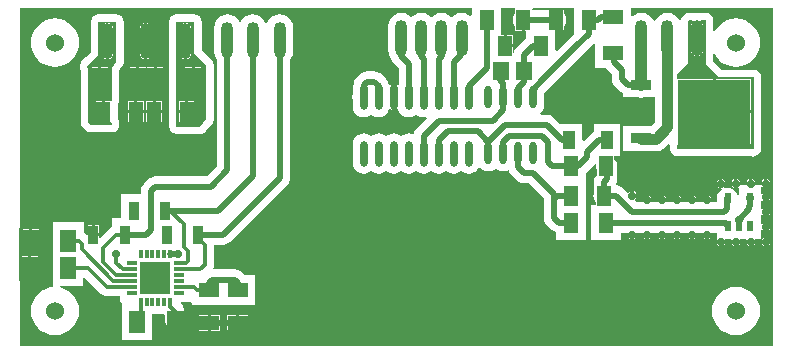
<source format=gtl>
G04*
G04 #@! TF.GenerationSoftware,Altium Limited,Altium Designer,20.1.14 (287)*
G04*
G04 Layer_Physical_Order=1*
G04 Layer_Color=255*
%FSLAX25Y25*%
%MOIN*%
G70*
G04*
G04 #@! TF.SameCoordinates,6CECFA62-5CAE-4AFB-ABBD-F4F89981EE89*
G04*
G04*
G04 #@! TF.FilePolarity,Positive*
G04*
G01*
G75*
%ADD15O,0.04000X0.12000*%
%ADD16O,0.02362X0.08661*%
%ADD17R,0.05118X0.07087*%
%ADD18R,0.07087X0.03543*%
%ADD19R,0.24410X0.21457*%
%ADD20R,0.05315X0.06102*%
%ADD21O,0.02362X0.07480*%
%ADD22R,0.02362X0.03543*%
%ADD23R,0.05140X0.06922*%
%ADD24R,0.05315X0.07480*%
%ADD25R,0.06922X0.05140*%
%ADD26R,0.10236X0.10630*%
%ADD27R,0.03347X0.01378*%
%ADD28R,0.01378X0.03150*%
%ADD29R,0.03543X0.06102*%
%ADD30R,0.07087X0.05118*%
%ADD31R,0.03937X0.05906*%
%ADD50C,0.01400*%
%ADD51C,0.01300*%
%ADD52C,0.02000*%
%ADD53C,0.04000*%
%ADD54C,0.03500*%
%ADD55C,0.06000*%
%ADD56C,0.02900*%
%ADD57C,0.02800*%
%ADD58C,0.01968*%
G36*
X453500Y185000D02*
X202500D01*
Y206500D01*
X202000D01*
Y224000D01*
X202500Y224500D01*
Y297500D01*
X352939D01*
Y295082D01*
X352439Y294835D01*
X351776Y295343D01*
X350706Y295787D01*
X349557Y295938D01*
X348409Y295787D01*
X347338Y295343D01*
X346419Y294638D01*
X346009D01*
X345090Y295343D01*
X344020Y295787D01*
X342871Y295938D01*
X341723Y295787D01*
X340652Y295343D01*
X339733Y294638D01*
X339324D01*
X338405Y295343D01*
X337334Y295787D01*
X336186Y295938D01*
X335037Y295787D01*
X333967Y295343D01*
X333187Y294745D01*
X332843Y294678D01*
X332499Y294745D01*
X331719Y295343D01*
X330649Y295787D01*
X329500Y295938D01*
X328351Y295787D01*
X327281Y295343D01*
X326362Y294638D01*
X325657Y293719D01*
X325213Y292649D01*
X325062Y291500D01*
Y283500D01*
X325213Y282351D01*
X325657Y281281D01*
X326208Y280562D01*
X326530Y279785D01*
X327075Y279075D01*
X328571Y277579D01*
Y272126D01*
X328511Y271982D01*
X328492Y271840D01*
X327972Y271718D01*
X327852Y271899D01*
X327500Y272134D01*
Y267898D01*
Y263662D01*
X327852Y263896D01*
X327972Y264077D01*
X328492Y263956D01*
X328511Y263813D01*
X328872Y262942D01*
X329446Y262194D01*
X330194Y261620D01*
X331065Y261259D01*
X332000Y261136D01*
X332935Y261259D01*
X333806Y261620D01*
X334500Y262153D01*
X335194Y261620D01*
X336065Y261259D01*
X337000Y261136D01*
X337667Y261224D01*
X337900Y260750D01*
X334575Y257425D01*
X334030Y256715D01*
X333687Y255888D01*
X333671Y255763D01*
X333238Y255513D01*
X332935Y255639D01*
X332000Y255762D01*
X331065Y255639D01*
X330194Y255278D01*
X329500Y254745D01*
X328806Y255278D01*
X327935Y255639D01*
X327000Y255762D01*
X326065Y255639D01*
X325194Y255278D01*
X324500Y254745D01*
X323806Y255278D01*
X322935Y255639D01*
X322000Y255762D01*
X321065Y255639D01*
X320194Y255278D01*
X319500Y254745D01*
X318806Y255278D01*
X317935Y255639D01*
X317000Y255762D01*
X316065Y255639D01*
X315194Y255278D01*
X314446Y254704D01*
X313872Y253956D01*
X313511Y253084D01*
X313388Y252150D01*
Y245850D01*
X313511Y244916D01*
X313872Y244044D01*
X314446Y243296D01*
X315194Y242722D01*
X316065Y242361D01*
X317000Y242238D01*
X317935Y242361D01*
X318806Y242722D01*
X319500Y243255D01*
X320194Y242722D01*
X321065Y242361D01*
X322000Y242238D01*
X322935Y242361D01*
X323806Y242722D01*
X324500Y243255D01*
X325194Y242722D01*
X326065Y242361D01*
X327000Y242238D01*
X327935Y242361D01*
X328806Y242722D01*
X329500Y243255D01*
X330194Y242722D01*
X331065Y242361D01*
X332000Y242238D01*
X332935Y242361D01*
X333806Y242722D01*
X334500Y243255D01*
X335194Y242722D01*
X336065Y242361D01*
X337000Y242238D01*
X337935Y242361D01*
X338806Y242722D01*
X339500Y243255D01*
X340194Y242722D01*
X341065Y242361D01*
X342000Y242238D01*
X342935Y242361D01*
X343806Y242722D01*
X344500Y243255D01*
X345194Y242722D01*
X346065Y242361D01*
X347000Y242238D01*
X347935Y242361D01*
X348806Y242722D01*
X349500Y243255D01*
X350194Y242722D01*
X351065Y242361D01*
X352000Y242238D01*
X352935Y242361D01*
X353806Y242722D01*
X354554Y243296D01*
X355128Y244044D01*
X355248Y244333D01*
X355744Y244399D01*
X355946Y244135D01*
X356694Y243561D01*
X357565Y243200D01*
X358500Y243077D01*
X359435Y243200D01*
X360306Y243561D01*
X361000Y244093D01*
X361694Y243561D01*
X362565Y243200D01*
X363500Y243077D01*
X364435Y243200D01*
X365223Y243527D01*
X365530Y242785D01*
X366075Y242075D01*
X368075Y240075D01*
X368785Y239530D01*
X369612Y239188D01*
X370500Y239071D01*
X372079D01*
X377071Y234080D01*
Y227500D01*
X377187Y226612D01*
X377530Y225785D01*
X378075Y225075D01*
X379575Y223575D01*
X380285Y223030D01*
X381041Y222717D01*
Y220057D01*
X390959D01*
Y229139D01*
X391051D01*
Y240861D01*
X390959D01*
Y242609D01*
X393925Y245575D01*
X393959Y245619D01*
X394437Y245421D01*
X394382Y245000D01*
X394498Y244112D01*
X394571Y243938D01*
Y241919D01*
X394030Y241215D01*
X393688Y240388D01*
X393571Y239500D01*
Y235617D01*
X393489Y235000D01*
X393606Y234112D01*
X393949Y233285D01*
X394349Y232764D01*
Y231943D01*
X392852D01*
Y220057D01*
X402770D01*
Y222571D01*
X404544D01*
X404602Y222500D01*
X408236D01*
X408293Y222571D01*
X409544D01*
X409602Y222500D01*
X413236D01*
X413294Y222571D01*
X414544D01*
X414602Y222500D01*
X418235D01*
X418294Y222571D01*
X419544D01*
X419602Y222500D01*
X423236D01*
X423293Y222571D01*
X424544D01*
X424602Y222500D01*
X428235D01*
X428294Y222571D01*
X429544D01*
X429602Y222500D01*
X433236D01*
X433293Y222571D01*
X434679D01*
Y220604D01*
X434679Y220604D01*
X434679D01*
X434600Y220136D01*
X434553Y220066D01*
X434540Y220000D01*
X437298D01*
X437285Y220066D01*
X437259Y220104D01*
X437526Y220604D01*
X439311D01*
X439578Y220104D01*
X439553Y220066D01*
X439540Y220000D01*
X442298D01*
X442285Y220066D01*
X442259Y220104D01*
X442526Y220604D01*
X444311D01*
X444578Y220104D01*
X444553Y220066D01*
X444540Y220000D01*
X447298D01*
X447285Y220066D01*
X447259Y220104D01*
X447526Y220604D01*
X449321D01*
Y223381D01*
X449821Y223533D01*
X449873Y223455D01*
X450353Y223134D01*
X450419Y223121D01*
Y224500D01*
Y225879D01*
X450353Y225866D01*
X449873Y225545D01*
X449821Y225467D01*
X449321Y225619D01*
Y228381D01*
X449821Y228533D01*
X449873Y228455D01*
X450353Y228134D01*
X450419Y228121D01*
Y229500D01*
Y230879D01*
X450353Y230866D01*
X449873Y230545D01*
X449821Y230467D01*
X449321Y230619D01*
Y232809D01*
X449470Y233169D01*
X449573Y233241D01*
X450014Y233361D01*
X450353Y233134D01*
X450419Y233121D01*
Y234500D01*
Y235879D01*
X450353Y235866D01*
X449895Y235560D01*
X449866Y235546D01*
X449326Y235627D01*
X449321Y235639D01*
Y237881D01*
X449821Y238033D01*
X449873Y237955D01*
X450353Y237634D01*
X450419Y237621D01*
Y238500D01*
X449151D01*
X449051Y238396D01*
X447787D01*
X447702Y238500D01*
X444136D01*
X444051Y238396D01*
X442787D01*
X442701Y238500D01*
X441419D01*
Y237621D01*
X441484Y237634D01*
X441659Y237751D01*
X442159Y237484D01*
Y235639D01*
X442027Y235321D01*
X441742Y235264D01*
X441495Y235298D01*
X441230Y235939D01*
X440685Y236649D01*
X439974Y237194D01*
X439147Y237537D01*
X438260Y237654D01*
X437372Y237537D01*
X437235Y237480D01*
X436999Y237923D01*
X437045Y237955D01*
X437366Y238434D01*
X437379Y238500D01*
X434621D01*
X434634Y238434D01*
X434955Y237955D01*
X435434Y237634D01*
X436000Y237522D01*
X436203Y237562D01*
X436415Y237094D01*
X435835Y236649D01*
X435654Y236468D01*
X435109Y235758D01*
X434766Y234931D01*
X434649Y234043D01*
Y232929D01*
X433375D01*
X433317Y233000D01*
X429683D01*
X429625Y232929D01*
X428375D01*
X428317Y233000D01*
X424683D01*
X424625Y232929D01*
X423375D01*
X423317Y233000D01*
X419683D01*
X419625Y232929D01*
X418375D01*
X418317Y233000D01*
X414683D01*
X414625Y232929D01*
X413375D01*
X413317Y233000D01*
X409683D01*
X409625Y232929D01*
X407921D01*
X407434Y233416D01*
X407483Y233913D01*
X407545Y233955D01*
X407866Y234434D01*
X407879Y234500D01*
X406500D01*
Y235000D01*
X406000D01*
Y236379D01*
X405934Y236366D01*
X405455Y236045D01*
X405413Y235983D01*
X404916Y235934D01*
X403425Y237425D01*
X402715Y237970D01*
X401888Y238313D01*
X401297Y238390D01*
X401182Y238529D01*
X401025Y238910D01*
X401025Y238919D01*
X401312Y239612D01*
X401429Y240500D01*
Y244811D01*
X401312Y245699D01*
X400970Y246526D01*
X400425Y247236D01*
X400370Y247291D01*
Y248147D01*
X402467D01*
Y258853D01*
X393730D01*
Y256427D01*
X393075Y255925D01*
X390330Y253180D01*
X389868Y253372D01*
Y258853D01*
X382497D01*
X380425Y260925D01*
X379715Y261470D01*
X378888Y261812D01*
X378000Y261929D01*
X375951D01*
X375781Y262429D01*
X376054Y262639D01*
X376628Y263387D01*
X376989Y264258D01*
X377112Y265193D01*
Y269262D01*
X378925Y271075D01*
X378925Y271075D01*
X390123Y282273D01*
X390123Y282273D01*
X393595Y285745D01*
X394057Y285554D01*
Y277635D01*
X397645D01*
X398075Y277075D01*
X399571Y275580D01*
Y274000D01*
X399688Y273112D01*
X400030Y272285D01*
X400575Y271575D01*
X402575Y269575D01*
X403285Y269030D01*
X403521Y268932D01*
Y267805D01*
X408159D01*
X408351Y267725D01*
X409500Y267574D01*
X410649Y267725D01*
X410841Y267805D01*
X414015D01*
Y259435D01*
X412776Y258195D01*
X403521D01*
Y249852D01*
X409201D01*
X409488Y249814D01*
X414500D01*
X414787Y249852D01*
X415408D01*
Y249934D01*
X415583Y249957D01*
X416593Y250375D01*
X417460Y251040D01*
X418613Y252193D01*
X419074Y251947D01*
X419053Y251842D01*
Y250500D01*
X419239Y249564D01*
X419770Y248770D01*
X420564Y248239D01*
X421500Y248053D01*
X446347D01*
X446538Y248015D01*
X447474Y248201D01*
X447936Y248393D01*
X448730Y248923D01*
X449061Y249418D01*
X449261Y249717D01*
X449447Y250653D01*
Y274500D01*
X449261Y275436D01*
X448730Y276230D01*
X447936Y276761D01*
X447000Y276947D01*
X436514D01*
X433447Y280014D01*
Y282099D01*
X433947Y282224D01*
X434316Y281534D01*
X435316Y280316D01*
X436534Y279316D01*
X437924Y278573D01*
X439432Y278116D01*
X441000Y277961D01*
X442568Y278116D01*
X444076Y278573D01*
X445466Y279316D01*
X446684Y280316D01*
X447684Y281534D01*
X448427Y282924D01*
X448884Y284432D01*
X449039Y286000D01*
X448884Y287568D01*
X448427Y289076D01*
X447684Y290466D01*
X446684Y291684D01*
X445466Y292684D01*
X444076Y293427D01*
X442568Y293884D01*
X441000Y294039D01*
X439432Y293884D01*
X437924Y293427D01*
X436534Y292684D01*
X435316Y291684D01*
X434316Y290466D01*
X433947Y289776D01*
X433447Y289901D01*
Y293500D01*
X433261Y294436D01*
X432730Y295230D01*
X431936Y295761D01*
X431000Y295947D01*
X429507D01*
X429388Y295923D01*
X429267Y295935D01*
X428923Y295831D01*
X428879Y295822D01*
X428000Y295938D01*
X427121Y295822D01*
X427077Y295831D01*
X426733Y295935D01*
X426612Y295923D01*
X426493Y295947D01*
X425500D01*
X424564Y295761D01*
X423770Y295230D01*
X423270Y294730D01*
X422739Y293936D01*
X422661Y293543D01*
X422141Y293492D01*
X422045Y293724D01*
X421339Y294643D01*
X420420Y295348D01*
X419350Y295792D01*
X418201Y295943D01*
X417053Y295792D01*
X415982Y295348D01*
X415063Y294643D01*
X414358Y293724D01*
X414120Y293150D01*
X413579D01*
X413343Y293719D01*
X412638Y294638D01*
X411719Y295343D01*
X410649Y295787D01*
X409500Y295938D01*
X408351Y295787D01*
X407281Y295343D01*
X406443Y294701D01*
X405943Y294837D01*
Y297500D01*
X453500D01*
Y185000D01*
D02*
G37*
G36*
X431000Y279000D02*
X435500Y274500D01*
X447000D01*
Y250653D01*
X446538Y250462D01*
X446500Y250500D01*
X421500D01*
Y251842D01*
X421669Y252272D01*
X422000Y252272D01*
X433374D01*
Y263000D01*
Y273728D01*
X422000D01*
X421669Y273728D01*
X421500Y274158D01*
Y275500D01*
X425000Y279000D01*
Y293000D01*
X425500Y293500D01*
X426493D01*
X426645Y293000D01*
X426558Y292942D01*
X426116Y292280D01*
X425961Y291500D01*
Y288000D01*
X428000D01*
X430039D01*
Y291500D01*
X429884Y292280D01*
X429442Y292942D01*
X429355Y293000D01*
X429507Y293500D01*
X431000D01*
Y279000D01*
D02*
G37*
G36*
X386949Y288799D02*
X385273Y287123D01*
X385273Y287123D01*
X381327Y283176D01*
X380865Y283368D01*
Y290039D01*
X383651D01*
Y291264D01*
X384051Y291785D01*
X384394Y292612D01*
X384511Y293500D01*
X384394Y294388D01*
X384051Y295215D01*
X383651Y295736D01*
Y296961D01*
X381581D01*
Y293500D01*
X380581D01*
Y296961D01*
X378511D01*
Y296929D01*
X373147D01*
X373091Y297000D01*
X373332Y297500D01*
X386949D01*
Y288799D01*
D02*
G37*
G36*
X367543Y297043D02*
X367543D01*
Y295750D01*
X367132Y295215D01*
X366790Y294388D01*
X366673Y293500D01*
X366790Y292612D01*
X367132Y291785D01*
X367543Y291250D01*
Y289957D01*
X369602D01*
Y293500D01*
X370602D01*
Y289957D01*
X370947D01*
Y287296D01*
X368075Y284425D01*
X367530Y283715D01*
X367188Y282888D01*
X367154Y282630D01*
X366653Y282662D01*
Y284500D01*
X364094D01*
Y285000D01*
X363595D01*
Y288543D01*
X362857D01*
Y297500D01*
X367439D01*
X367543Y297043D01*
D02*
G37*
%LPC*%
G36*
X260500Y295447D02*
X257746D01*
X257500Y295398D01*
X257254Y295447D01*
X254500D01*
X253564Y295261D01*
X252770Y294730D01*
X252239Y293936D01*
X252053Y293000D01*
Y258000D01*
X252239Y257064D01*
X252770Y256270D01*
X253564Y255739D01*
X254500Y255553D01*
X262500D01*
X262634Y255580D01*
X262770Y255568D01*
X263099Y255672D01*
X263436Y255739D01*
X263550Y255815D01*
X263680Y255856D01*
X263944Y256078D01*
X264230Y256270D01*
X264306Y256383D01*
X264411Y256471D01*
X266411Y258971D01*
X266569Y259277D01*
X266761Y259564D01*
X266787Y259698D01*
X266850Y259819D01*
X266880Y260162D01*
X266947Y260500D01*
Y261000D01*
Y278500D01*
X266761Y279436D01*
X266230Y280230D01*
X262947Y283514D01*
Y293000D01*
X262761Y293936D01*
X262230Y294730D01*
X261436Y295261D01*
X260500Y295447D01*
D02*
G37*
G36*
X234500D02*
X231746D01*
X231500Y295398D01*
X231254Y295447D01*
X228500D01*
X227564Y295261D01*
X226770Y294730D01*
X226239Y293936D01*
X226053Y293000D01*
Y282610D01*
X223164Y280083D01*
X223139Y280050D01*
X223104Y280028D01*
X222849Y279673D01*
X222582Y279326D01*
X222571Y279286D01*
X222547Y279252D01*
X222447Y278826D01*
X222334Y278404D01*
X222339Y278363D01*
X222330Y278322D01*
X222313Y277823D01*
X222320Y277782D01*
X222312Y277741D01*
X222397Y277312D01*
X222468Y276881D01*
X222490Y276845D01*
X222498Y276805D01*
X222553Y276723D01*
Y259500D01*
X222739Y258564D01*
X223270Y257770D01*
X224270Y256770D01*
X225064Y256239D01*
X226000Y256053D01*
X233000D01*
X233936Y256239D01*
X234730Y256770D01*
X234977Y257139D01*
X235132D01*
Y257371D01*
X235261Y257564D01*
X235447Y258500D01*
Y259150D01*
X235397Y259402D01*
X235393Y259659D01*
X235305Y259866D01*
X235261Y260086D01*
X235132Y260278D01*
Y265722D01*
X235261Y265914D01*
X235305Y266134D01*
X235393Y266341D01*
X235397Y266598D01*
X235447Y266850D01*
Y276684D01*
X236458Y278032D01*
X236590Y278309D01*
X236761Y278564D01*
X236795Y278735D01*
X236871Y278893D01*
X236887Y279199D01*
X236947Y279500D01*
Y293000D01*
X236761Y293936D01*
X236230Y294730D01*
X235436Y295261D01*
X234500Y295447D01*
D02*
G37*
G36*
X289000Y295438D02*
X287851Y295287D01*
X286781Y294843D01*
X285862Y294138D01*
X285157Y293219D01*
X284758Y292256D01*
X284661Y292234D01*
X284339D01*
X284242Y292256D01*
X283843Y293219D01*
X283138Y294138D01*
X282219Y294843D01*
X281149Y295287D01*
X280000Y295438D01*
X278851Y295287D01*
X277781Y294843D01*
X276862Y294138D01*
X276157Y293219D01*
X276000Y292841D01*
X275500D01*
X275343Y293219D01*
X274638Y294138D01*
X273719Y294843D01*
X272649Y295287D01*
X271500Y295438D01*
X270351Y295287D01*
X269281Y294843D01*
X268362Y294138D01*
X267657Y293219D01*
X267213Y292149D01*
X267062Y291000D01*
Y283000D01*
X267213Y281851D01*
X267657Y280781D01*
X268071Y280241D01*
Y244920D01*
X264580Y241429D01*
X247500D01*
X246612Y241313D01*
X245785Y240970D01*
X245075Y240425D01*
X243575Y238925D01*
X243030Y238215D01*
X242688Y237388D01*
X242571Y236500D01*
Y235451D01*
X236112D01*
Y227451D01*
X233045D01*
Y224753D01*
X232937Y224708D01*
X232289Y224211D01*
X229017Y220939D01*
X228555Y221130D01*
Y221500D01*
X226783D01*
Y222000D01*
X226284D01*
Y225051D01*
X225012D01*
Y222057D01*
X224549Y221868D01*
X224254Y222167D01*
X223611Y222669D01*
X223557Y222691D01*
Y226140D01*
X213442D01*
Y217140D01*
X213242D01*
Y204966D01*
X213242Y204860D01*
X213038Y204444D01*
X212432Y204384D01*
X210924Y203927D01*
X209534Y203184D01*
X208316Y202184D01*
X207316Y200966D01*
X206573Y199576D01*
X206116Y198068D01*
X205961Y196500D01*
X206116Y194932D01*
X206573Y193424D01*
X207316Y192034D01*
X208316Y190816D01*
X209534Y189816D01*
X210924Y189073D01*
X212432Y188616D01*
X214000Y188461D01*
X215568Y188616D01*
X217076Y189073D01*
X218466Y189816D01*
X219684Y190816D01*
X220684Y192034D01*
X221427Y193424D01*
X221884Y194932D01*
X222039Y196500D01*
X221884Y198068D01*
X221427Y199576D01*
X220684Y200966D01*
X219684Y202184D01*
X218466Y203184D01*
X217076Y203927D01*
X215649Y204360D01*
X215723Y204860D01*
X223357D01*
Y207519D01*
X223857Y207726D01*
X229246Y202336D01*
X229894Y201839D01*
X230648Y201527D01*
X231457Y201420D01*
X231457Y201420D01*
X235651D01*
Y199490D01*
X235989D01*
X236344Y199140D01*
Y186860D01*
X246459D01*
Y195651D01*
X250427D01*
X250873Y195205D01*
Y193000D01*
X250980Y192191D01*
X251292Y191437D01*
X251343Y191371D01*
Y189260D01*
X253500D01*
Y193000D01*
X254000D01*
Y193500D01*
X256658D01*
Y196500D01*
X257127D01*
X257020Y197309D01*
X256708Y198063D01*
X256211Y198711D01*
X255932Y198990D01*
X256139Y199490D01*
X259349D01*
X259639Y199110D01*
Y198449D01*
X271361D01*
Y198530D01*
X280861D01*
Y208470D01*
X277380D01*
X276425Y209425D01*
X275715Y209970D01*
X274888Y210313D01*
X274000Y210429D01*
X267133D01*
X266875Y210929D01*
X266957Y211128D01*
X267064Y211937D01*
X267064Y211937D01*
Y218500D01*
X267126Y218571D01*
X270000D01*
X270888Y218688D01*
X271715Y219030D01*
X272425Y219575D01*
X291425Y238575D01*
X291970Y239285D01*
X292313Y240112D01*
X292429Y241000D01*
Y280241D01*
X292843Y280781D01*
X293287Y281851D01*
X293438Y283000D01*
Y291000D01*
X293287Y292149D01*
X292843Y293219D01*
X292138Y294138D01*
X291219Y294843D01*
X290149Y295287D01*
X289000Y295438D01*
D02*
G37*
G36*
X244750Y292440D02*
Y287000D01*
X246289D01*
Y290500D01*
X246134Y291280D01*
X245692Y291942D01*
X245030Y292384D01*
X244750Y292440D01*
D02*
G37*
G36*
X243750D02*
X243470Y292384D01*
X242808Y291942D01*
X242366Y291280D01*
X242211Y290500D01*
Y287000D01*
X243750D01*
Y292440D01*
D02*
G37*
G36*
X246289Y286000D02*
X244750D01*
Y280560D01*
X245030Y280616D01*
X245692Y281058D01*
X246134Y281720D01*
X246289Y282500D01*
Y286000D01*
D02*
G37*
G36*
X243750D02*
X242211D01*
Y282500D01*
X242366Y281720D01*
X242808Y281058D01*
X243470Y280616D01*
X243750Y280560D01*
Y286000D01*
D02*
G37*
G36*
X214000Y294039D02*
X212432Y293884D01*
X210924Y293427D01*
X209534Y292684D01*
X208316Y291684D01*
X207316Y290466D01*
X206573Y289076D01*
X206116Y287568D01*
X205961Y286000D01*
X206116Y284432D01*
X206573Y282924D01*
X207316Y281534D01*
X208316Y280316D01*
X209534Y279316D01*
X210924Y278573D01*
X212432Y278116D01*
X214000Y277961D01*
X215568Y278116D01*
X217076Y278573D01*
X218466Y279316D01*
X219684Y280316D01*
X220684Y281534D01*
X221427Y282924D01*
X221884Y284432D01*
X222039Y286000D01*
X221884Y287568D01*
X221427Y289076D01*
X220684Y290466D01*
X219684Y291684D01*
X218466Y292684D01*
X217076Y293427D01*
X215568Y293884D01*
X214000Y294039D01*
D02*
G37*
G36*
X244256Y277740D02*
X242098D01*
Y274500D01*
X244256D01*
Y277740D01*
D02*
G37*
G36*
X241098D02*
X238941D01*
Y274500D01*
X241098D01*
Y277740D01*
D02*
G37*
G36*
X250157D02*
X248000D01*
Y274500D01*
X250157D01*
Y277740D01*
D02*
G37*
G36*
X247000D02*
X244843D01*
Y274500D01*
X247000D01*
Y277740D01*
D02*
G37*
G36*
X250157Y273500D02*
X248000D01*
Y270260D01*
X250157D01*
Y273500D01*
D02*
G37*
G36*
X247000D02*
X244843D01*
Y270260D01*
X247000D01*
Y273500D01*
D02*
G37*
G36*
X244256Y273500D02*
X242098D01*
Y270260D01*
X244256D01*
Y273500D01*
D02*
G37*
G36*
X241098D02*
X238941D01*
Y270260D01*
X241098D01*
Y273500D01*
D02*
G37*
G36*
X320500Y276429D02*
X318000D01*
X317112Y276312D01*
X316285Y275970D01*
X315575Y275425D01*
X314575Y274425D01*
X314030Y273715D01*
X313687Y272888D01*
X313595Y272185D01*
X313511Y271982D01*
X313388Y271047D01*
Y269107D01*
X313298Y268890D01*
X313167Y267898D01*
X313298Y266906D01*
X313388Y266688D01*
Y264748D01*
X313511Y263813D01*
X313872Y262942D01*
X314446Y262194D01*
X315194Y261620D01*
X316065Y261259D01*
X317000Y261136D01*
X317935Y261259D01*
X318806Y261620D01*
X319500Y262153D01*
X320194Y261620D01*
X321065Y261259D01*
X322000Y261136D01*
X322935Y261259D01*
X323806Y261620D01*
X324554Y262194D01*
X325128Y262942D01*
X325489Y263813D01*
X325508Y263956D01*
X326028Y264077D01*
X326149Y263896D01*
X326500Y263662D01*
Y267898D01*
Y272134D01*
X326149Y271899D01*
X326028Y271718D01*
X325508Y271840D01*
X325489Y271982D01*
X325128Y272853D01*
X325110Y272877D01*
X324970Y273215D01*
X324425Y273925D01*
X322925Y275425D01*
X322215Y275970D01*
X321388Y276312D01*
X320500Y276429D01*
D02*
G37*
G36*
X249651Y266461D02*
X247581D01*
Y263500D01*
X249651D01*
Y266461D01*
D02*
G37*
G36*
X243570D02*
X241500D01*
Y263500D01*
X243570D01*
Y266461D01*
D02*
G37*
G36*
X240500D02*
X238430D01*
Y263500D01*
X240500D01*
Y266461D01*
D02*
G37*
G36*
X246581D02*
X244511D01*
Y263500D01*
X246581D01*
Y266461D01*
D02*
G37*
G36*
X249651Y262500D02*
X247581D01*
Y259539D01*
X249651D01*
Y262500D01*
D02*
G37*
G36*
X246581D02*
X244511D01*
Y259539D01*
X246581D01*
Y262500D01*
D02*
G37*
G36*
X243570D02*
X241500D01*
Y259539D01*
X243570D01*
Y262500D01*
D02*
G37*
G36*
X240500D02*
X238430D01*
Y259539D01*
X240500D01*
Y262500D01*
D02*
G37*
G36*
X451419Y240379D02*
Y239500D01*
X452298D01*
X452285Y239566D01*
X451964Y240045D01*
X451484Y240366D01*
X451419Y240379D01*
D02*
G37*
G36*
X450419D02*
X450353Y240366D01*
X449873Y240045D01*
X449553Y239566D01*
X449540Y239500D01*
X450419D01*
Y240379D01*
D02*
G37*
G36*
X446419D02*
Y239500D01*
X447298D01*
X447285Y239566D01*
X446964Y240045D01*
X446485Y240366D01*
X446419Y240379D01*
D02*
G37*
G36*
X445419D02*
X445353Y240366D01*
X444873Y240045D01*
X444553Y239566D01*
X444540Y239500D01*
X445419D01*
Y240379D01*
D02*
G37*
G36*
X441419D02*
Y239500D01*
X442298D01*
X442285Y239566D01*
X441964Y240045D01*
X441484Y240366D01*
X441419Y240379D01*
D02*
G37*
G36*
X440419D02*
X440353Y240366D01*
X439873Y240045D01*
X439553Y239566D01*
X439540Y239500D01*
X440419D01*
Y240379D01*
D02*
G37*
G36*
X436500D02*
Y239500D01*
X437379D01*
X437366Y239566D01*
X437045Y240045D01*
X436566Y240366D01*
X436500Y240379D01*
D02*
G37*
G36*
X435500D02*
X435434Y240366D01*
X434955Y240045D01*
X434634Y239566D01*
X434621Y239500D01*
X435500D01*
Y240379D01*
D02*
G37*
G36*
X452298Y238500D02*
X451419D01*
Y237621D01*
X451484Y237634D01*
X451964Y237955D01*
X452285Y238434D01*
X452298Y238500D01*
D02*
G37*
G36*
X440419D02*
X439540D01*
X439553Y238434D01*
X439873Y237955D01*
X440353Y237634D01*
X440419Y237621D01*
Y238500D01*
D02*
G37*
G36*
X407000Y236379D02*
Y235500D01*
X407879D01*
X407866Y235566D01*
X407545Y236045D01*
X407066Y236366D01*
X407000Y236379D01*
D02*
G37*
G36*
X451419Y235879D02*
Y235000D01*
X452298D01*
X452285Y235066D01*
X451964Y235545D01*
X451484Y235866D01*
X451419Y235879D01*
D02*
G37*
G36*
X432000Y234879D02*
Y234000D01*
X432879D01*
X432866Y234066D01*
X432545Y234545D01*
X432066Y234866D01*
X432000Y234879D01*
D02*
G37*
G36*
X431000D02*
X430934Y234866D01*
X430455Y234545D01*
X430134Y234066D01*
X430121Y234000D01*
X431000D01*
Y234879D01*
D02*
G37*
G36*
X427000D02*
Y234000D01*
X427879D01*
X427866Y234066D01*
X427545Y234545D01*
X427066Y234866D01*
X427000Y234879D01*
D02*
G37*
G36*
X426000D02*
X425934Y234866D01*
X425455Y234545D01*
X425134Y234066D01*
X425121Y234000D01*
X426000D01*
Y234879D01*
D02*
G37*
G36*
X422000D02*
Y234000D01*
X422879D01*
X422866Y234066D01*
X422545Y234545D01*
X422066Y234866D01*
X422000Y234879D01*
D02*
G37*
G36*
X421000D02*
X420934Y234866D01*
X420455Y234545D01*
X420134Y234066D01*
X420121Y234000D01*
X421000D01*
Y234879D01*
D02*
G37*
G36*
X417000D02*
Y234000D01*
X417879D01*
X417866Y234066D01*
X417545Y234545D01*
X417066Y234866D01*
X417000Y234879D01*
D02*
G37*
G36*
X416000D02*
X415934Y234866D01*
X415455Y234545D01*
X415134Y234066D01*
X415121Y234000D01*
X416000D01*
Y234879D01*
D02*
G37*
G36*
X412000D02*
Y234000D01*
X412879D01*
X412866Y234066D01*
X412545Y234545D01*
X412066Y234866D01*
X412000Y234879D01*
D02*
G37*
G36*
X411000D02*
X410934Y234866D01*
X410455Y234545D01*
X410134Y234066D01*
X410121Y234000D01*
X411000D01*
Y234879D01*
D02*
G37*
G36*
X452298Y234000D02*
X451419D01*
Y233121D01*
X451484Y233134D01*
X451964Y233455D01*
X452285Y233934D01*
X452298Y234000D01*
D02*
G37*
G36*
X451419Y230879D02*
Y230000D01*
X452298D01*
X452285Y230066D01*
X451964Y230545D01*
X451484Y230866D01*
X451419Y230879D01*
D02*
G37*
G36*
X452298Y229000D02*
X451419D01*
Y228121D01*
X451484Y228134D01*
X451964Y228455D01*
X452285Y228934D01*
X452298Y229000D01*
D02*
G37*
G36*
X451419Y225879D02*
Y225000D01*
X452298D01*
X452285Y225066D01*
X451964Y225545D01*
X451484Y225866D01*
X451419Y225879D01*
D02*
G37*
G36*
X452298Y224000D02*
X451419D01*
Y223121D01*
X451484Y223134D01*
X451964Y223455D01*
X452285Y223934D01*
X452298Y224000D01*
D02*
G37*
G36*
X228555Y225051D02*
X227284D01*
Y222500D01*
X228555D01*
Y225051D01*
D02*
G37*
G36*
X432798Y221500D02*
X431919D01*
Y220621D01*
X431985Y220634D01*
X432464Y220955D01*
X432785Y221434D01*
X432798Y221500D01*
D02*
G37*
G36*
X430919D02*
X430040D01*
X430053Y221434D01*
X430373Y220955D01*
X430853Y220634D01*
X430919Y220621D01*
Y221500D01*
D02*
G37*
G36*
X427798D02*
X426919D01*
Y220621D01*
X426985Y220634D01*
X427464Y220955D01*
X427785Y221434D01*
X427798Y221500D01*
D02*
G37*
G36*
X425919D02*
X425040D01*
X425053Y221434D01*
X425373Y220955D01*
X425853Y220634D01*
X425919Y220621D01*
Y221500D01*
D02*
G37*
G36*
X422798D02*
X421919D01*
Y220621D01*
X421984Y220634D01*
X422464Y220955D01*
X422785Y221434D01*
X422798Y221500D01*
D02*
G37*
G36*
X420919D02*
X420040D01*
X420053Y221434D01*
X420373Y220955D01*
X420853Y220634D01*
X420919Y220621D01*
Y221500D01*
D02*
G37*
G36*
X417798D02*
X416919D01*
Y220621D01*
X416985Y220634D01*
X417464Y220955D01*
X417785Y221434D01*
X417798Y221500D01*
D02*
G37*
G36*
X415919D02*
X415040D01*
X415053Y221434D01*
X415373Y220955D01*
X415853Y220634D01*
X415919Y220621D01*
Y221500D01*
D02*
G37*
G36*
X412798D02*
X411919D01*
Y220621D01*
X411984Y220634D01*
X412464Y220955D01*
X412785Y221434D01*
X412798Y221500D01*
D02*
G37*
G36*
X410919D02*
X410040D01*
X410053Y221434D01*
X410373Y220955D01*
X410853Y220634D01*
X410919Y220621D01*
Y221500D01*
D02*
G37*
G36*
X407798D02*
X406919D01*
Y220621D01*
X406985Y220634D01*
X407464Y220955D01*
X407785Y221434D01*
X407798Y221500D01*
D02*
G37*
G36*
X405919D02*
X405040D01*
X405053Y221434D01*
X405373Y220955D01*
X405853Y220634D01*
X405919Y220621D01*
Y221500D01*
D02*
G37*
G36*
X208559Y223740D02*
X206402D01*
Y220500D01*
X208559D01*
Y223740D01*
D02*
G37*
G36*
X205402D02*
X203244D01*
Y220500D01*
X205402D01*
Y223740D01*
D02*
G37*
G36*
X451419Y220879D02*
Y220000D01*
X452298D01*
X452285Y220066D01*
X451964Y220545D01*
X451484Y220866D01*
X451419Y220879D01*
D02*
G37*
G36*
X450419D02*
X450353Y220866D01*
X449873Y220545D01*
X449553Y220066D01*
X449540Y220000D01*
X450419D01*
Y220879D01*
D02*
G37*
G36*
X452298Y219000D02*
X451419D01*
Y218121D01*
X451484Y218134D01*
X451964Y218455D01*
X452285Y218934D01*
X452298Y219000D01*
D02*
G37*
G36*
X450419D02*
X449540D01*
X449553Y218934D01*
X449873Y218455D01*
X450353Y218134D01*
X450419Y218121D01*
Y219000D01*
D02*
G37*
G36*
X447298D02*
X446419D01*
Y218121D01*
X446485Y218134D01*
X446964Y218455D01*
X447285Y218934D01*
X447298Y219000D01*
D02*
G37*
G36*
X445419D02*
X444540D01*
X444553Y218934D01*
X444873Y218455D01*
X445353Y218134D01*
X445419Y218121D01*
Y219000D01*
D02*
G37*
G36*
X442298D02*
X441419D01*
Y218121D01*
X441484Y218134D01*
X441964Y218455D01*
X442285Y218934D01*
X442298Y219000D01*
D02*
G37*
G36*
X440419D02*
X439540D01*
X439553Y218934D01*
X439873Y218455D01*
X440353Y218134D01*
X440419Y218121D01*
Y219000D01*
D02*
G37*
G36*
X437298D02*
X436419D01*
Y218121D01*
X436484Y218134D01*
X436964Y218455D01*
X437285Y218934D01*
X437298Y219000D01*
D02*
G37*
G36*
X435419D02*
X434540D01*
X434553Y218934D01*
X434873Y218455D01*
X435353Y218134D01*
X435419Y218121D01*
Y219000D01*
D02*
G37*
G36*
X208559Y219500D02*
X206402D01*
Y216260D01*
X208559D01*
Y219500D01*
D02*
G37*
G36*
X205402D02*
X203244D01*
Y216260D01*
X205402D01*
Y217140D01*
Y219500D01*
D02*
G37*
G36*
X208358Y214740D02*
X206201D01*
Y211500D01*
X208358D01*
Y214740D01*
D02*
G37*
G36*
X205201D02*
X203043D01*
Y211500D01*
X205201D01*
Y214740D01*
D02*
G37*
G36*
X208358Y210500D02*
X206201D01*
Y207260D01*
X208358D01*
Y210500D01*
D02*
G37*
G36*
X205201D02*
X203043D01*
Y207260D01*
X205201D01*
Y210500D01*
D02*
G37*
G36*
X274500Y195232D02*
X271539D01*
Y193641D01*
X268961D01*
Y195151D01*
X266000D01*
Y192581D01*
X265500D01*
D01*
X266000D01*
Y190011D01*
X268961D01*
Y191602D01*
X271539D01*
Y190093D01*
X274500D01*
Y192663D01*
Y195232D01*
D02*
G37*
G36*
X278461D02*
X275500D01*
Y193163D01*
X278461D01*
Y195232D01*
D02*
G37*
G36*
X265000Y195151D02*
X262039D01*
Y193081D01*
X265000D01*
Y195151D01*
D02*
G37*
G36*
X278461Y192163D02*
X275500D01*
Y190093D01*
X277248Y190093D01*
X277248Y190093D01*
X278461D01*
Y192163D01*
D02*
G37*
G36*
X265000Y192081D02*
X262039D01*
Y190011D01*
X265000D01*
Y192081D01*
D02*
G37*
G36*
X256658Y192500D02*
X254500D01*
Y189260D01*
X256658D01*
Y191371D01*
Y192500D01*
D02*
G37*
G36*
X441000Y204539D02*
X439432Y204384D01*
X437924Y203927D01*
X436534Y203184D01*
X435316Y202184D01*
X434316Y200966D01*
X433573Y199576D01*
X433116Y198068D01*
X432961Y196500D01*
X433116Y194932D01*
X433573Y193424D01*
X434316Y192034D01*
X435316Y190816D01*
X436534Y189816D01*
X437924Y189073D01*
X439432Y188616D01*
X441000Y188461D01*
X442568Y188616D01*
X444076Y189073D01*
X445466Y189816D01*
X446684Y190816D01*
X447684Y192034D01*
X448427Y193424D01*
X448884Y194932D01*
X449039Y196500D01*
X448884Y198068D01*
X448427Y199576D01*
X447684Y200966D01*
X446684Y202184D01*
X445466Y203184D01*
X444076Y203927D01*
X442568Y204384D01*
X441000Y204539D01*
D02*
G37*
%LPD*%
G36*
X260500Y282500D02*
X264500Y278500D01*
Y261000D01*
Y260500D01*
X262500Y258000D01*
X254500D01*
Y293000D01*
X257254D01*
X257303Y292500D01*
X257219Y292483D01*
X256720Y292384D01*
X256058Y291942D01*
X255616Y291280D01*
X255461Y290500D01*
Y287000D01*
X257500D01*
X259539D01*
Y290500D01*
X259384Y291280D01*
X258942Y291942D01*
X258280Y292384D01*
X257781Y292483D01*
X257697Y292500D01*
X257746Y293000D01*
X260500D01*
Y282500D01*
D02*
G37*
%LPC*%
G36*
X259539Y286000D02*
X258000D01*
Y280560D01*
X258280Y280616D01*
X258942Y281058D01*
X259384Y281720D01*
X259539Y282500D01*
Y286000D01*
D02*
G37*
G36*
X257000D02*
X255461D01*
Y282500D01*
X255616Y281720D01*
X256058Y281058D01*
X256720Y280616D01*
X257000Y280560D01*
Y286000D01*
D02*
G37*
G36*
X262756Y277740D02*
X260598D01*
Y274500D01*
X262756D01*
Y277740D01*
D02*
G37*
G36*
X259598D02*
X257441D01*
Y274500D01*
X259598D01*
Y277740D01*
D02*
G37*
G36*
X262756Y273500D02*
X260598D01*
Y270260D01*
X262756D01*
Y273500D01*
D02*
G37*
G36*
X259598D02*
X257441D01*
Y270260D01*
X259598D01*
Y273500D01*
D02*
G37*
G36*
X260489Y266461D02*
X258419D01*
Y263500D01*
X260489D01*
Y266461D01*
D02*
G37*
G36*
X257419D02*
X255349D01*
Y263500D01*
X257419D01*
Y266461D01*
D02*
G37*
G36*
X260489Y262500D02*
X258419D01*
Y259539D01*
X260489D01*
Y262500D01*
D02*
G37*
G36*
X257419D02*
X255349D01*
Y259539D01*
X257419D01*
Y262500D01*
D02*
G37*
%LPD*%
G36*
X234500Y279500D02*
X233000Y277500D01*
Y266850D01*
X232732Y266461D01*
X232500Y266461D01*
X230662D01*
Y263000D01*
Y259539D01*
X232500D01*
X232732Y259539D01*
X233000Y259150D01*
Y258500D01*
X226000D01*
X225000Y259500D01*
Y277500D01*
X224759Y277741D01*
X224775Y278241D01*
X228500Y281500D01*
Y293000D01*
X231254D01*
X231303Y292500D01*
X231219Y292483D01*
X230720Y292384D01*
X230058Y291942D01*
X229616Y291280D01*
X229461Y290500D01*
Y287000D01*
X231500D01*
X233539D01*
Y290500D01*
X233384Y291280D01*
X232942Y291942D01*
X232280Y292384D01*
X231781Y292483D01*
X231697Y292500D01*
X231746Y293000D01*
X234500D01*
Y279500D01*
D02*
G37*
%LPC*%
G36*
X233539Y286000D02*
X232000D01*
Y280560D01*
X232280Y280616D01*
X232942Y281058D01*
X233384Y281720D01*
X233539Y282500D01*
Y286000D01*
D02*
G37*
G36*
X231000D02*
X229461D01*
Y282500D01*
X229616Y281720D01*
X230058Y281058D01*
X230720Y280616D01*
X231000Y280560D01*
Y286000D01*
D02*
G37*
G36*
X231658Y277740D02*
X229500D01*
Y274500D01*
X231658D01*
Y277740D01*
D02*
G37*
G36*
X228500D02*
X226343D01*
Y274500D01*
X228500D01*
Y277740D01*
D02*
G37*
G36*
X231658Y273500D02*
X229500D01*
Y270260D01*
X231658D01*
Y273500D01*
D02*
G37*
G36*
X228500D02*
X226343D01*
Y270260D01*
X228500D01*
Y273500D01*
D02*
G37*
G36*
X229662Y266461D02*
X227593D01*
Y263500D01*
X229662D01*
Y266461D01*
D02*
G37*
G36*
Y262500D02*
X227593D01*
Y259539D01*
X229662D01*
Y262500D01*
D02*
G37*
G36*
X430039Y287000D02*
X428500D01*
Y281560D01*
X428780Y281616D01*
X429442Y282058D01*
X429884Y282720D01*
X430039Y283500D01*
Y287000D01*
D02*
G37*
G36*
X427500D02*
X425961D01*
Y283500D01*
X426116Y282720D01*
X426558Y282058D01*
X427220Y281616D01*
X427500Y281560D01*
Y287000D01*
D02*
G37*
G36*
X434374Y273728D02*
Y263500D01*
X446079D01*
Y273728D01*
X434374D01*
D02*
G37*
G36*
X446079Y262500D02*
X434374D01*
Y252272D01*
X446079D01*
Y262500D01*
D02*
G37*
G36*
X366653Y288543D02*
X364595D01*
Y285500D01*
X366653D01*
Y288543D01*
D02*
G37*
%LPD*%
D15*
X244250Y286500D02*
D03*
X349557Y287500D02*
D03*
X428000D02*
D03*
X257500Y286500D02*
D03*
X231500D02*
D03*
X289000Y287000D02*
D03*
X280000D02*
D03*
X271500D02*
D03*
X342871Y287500D02*
D03*
X336186D02*
D03*
X329500D02*
D03*
X409500D02*
D03*
X418201Y287505D02*
D03*
D16*
X352000Y267898D02*
D03*
X347000D02*
D03*
X342000D02*
D03*
X337000D02*
D03*
X332000D02*
D03*
X327000D02*
D03*
X322000D02*
D03*
X317000D02*
D03*
X352000Y249000D02*
D03*
X347000D02*
D03*
X342000D02*
D03*
X337000D02*
D03*
X332000D02*
D03*
X327000D02*
D03*
X322000D02*
D03*
X317000D02*
D03*
D17*
X370102Y293500D02*
D03*
X357898D02*
D03*
X364094Y285000D02*
D03*
X375905D02*
D03*
X397811Y226000D02*
D03*
X386000D02*
D03*
X397811Y245000D02*
D03*
X386000D02*
D03*
D18*
X409465Y271976D02*
D03*
X409465Y254024D02*
D03*
D19*
X433874Y263000D02*
D03*
D20*
X362823Y276500D02*
D03*
X370500D02*
D03*
D21*
X373500Y267752D02*
D03*
X368500D02*
D03*
X363500D02*
D03*
X358500D02*
D03*
X373500Y249248D02*
D03*
X368500D02*
D03*
X363500D02*
D03*
X358500D02*
D03*
D22*
X438260Y224776D02*
D03*
X442000D02*
D03*
X445740D02*
D03*
Y234224D02*
D03*
X438260D02*
D03*
D23*
X391919Y293500D02*
D03*
X381081D02*
D03*
X257919Y263000D02*
D03*
X247081D02*
D03*
X241000D02*
D03*
X230163D02*
D03*
X386081Y235000D02*
D03*
X396919D02*
D03*
D24*
X241402Y193000D02*
D03*
X254000D02*
D03*
X218500Y220000D02*
D03*
X205902D02*
D03*
X218299Y211000D02*
D03*
X205701D02*
D03*
X260098Y274000D02*
D03*
X247500D02*
D03*
X229000D02*
D03*
X241598D02*
D03*
D25*
X265500Y192581D02*
D03*
Y203419D02*
D03*
X275000Y203500D02*
D03*
Y192663D02*
D03*
D26*
X247500Y207500D02*
D03*
D27*
X255276Y212421D02*
D03*
Y210453D02*
D03*
X255276Y208484D02*
D03*
Y206516D02*
D03*
X255276Y204547D02*
D03*
X255276Y202579D02*
D03*
X239724Y202579D02*
D03*
X239724Y204547D02*
D03*
X239724Y206516D02*
D03*
X239724Y208484D02*
D03*
X239724Y210453D02*
D03*
X239724Y212421D02*
D03*
D28*
X252421Y199626D02*
D03*
X250453Y199626D02*
D03*
X248484Y199626D02*
D03*
X246516Y199626D02*
D03*
X244547D02*
D03*
X242579Y199626D02*
D03*
X242579Y215374D02*
D03*
X244547Y215374D02*
D03*
X246516Y215374D02*
D03*
X248484Y215374D02*
D03*
X250453Y215374D02*
D03*
X252421Y215374D02*
D03*
D29*
X237216Y222000D02*
D03*
X226783D02*
D03*
X261717D02*
D03*
X251284D02*
D03*
X250716Y230000D02*
D03*
X240283D02*
D03*
D30*
X400000Y282594D02*
D03*
Y294406D02*
D03*
D31*
X398098Y253500D02*
D03*
X385500D02*
D03*
D50*
X222027Y219973D02*
X222996Y218988D01*
X222981Y217035D02*
X222996Y218988D01*
X218500Y220000D02*
X222027Y219973D01*
X224990Y211007D02*
X224997D01*
X233291Y206565D02*
X233871Y206561D01*
X234500Y212500D02*
X236547Y210453D01*
X234500Y222000D02*
X237216D01*
X241402Y193000D02*
X242568Y194166D01*
X252500Y198000D02*
X254000Y196500D01*
Y193000D02*
Y196500D01*
X260500Y204500D02*
X261500Y203500D01*
X230000Y213000D02*
Y217500D01*
X234500Y212500D02*
Y215500D01*
X242568Y199615D02*
X242579Y199626D01*
X252421Y199626D02*
X252500Y199547D01*
Y198000D02*
Y199547D01*
X242568Y194166D02*
Y199615D01*
X218299Y211000D02*
X224990Y211007D01*
X255276Y204547D02*
X255323Y204500D01*
X233871Y206561D02*
X239724Y206516D01*
X231457Y204547D02*
X239724D01*
X236547Y210453D02*
X239724D01*
X230000Y217500D02*
X234500Y222000D01*
X261500Y203500D02*
X265419D01*
X262500Y210500D02*
X263937Y211937D01*
X261717Y220721D02*
X263937Y218500D01*
X230000Y213000D02*
X234512Y208488D01*
X239720D01*
X239724Y208484D01*
X263937Y211937D02*
Y218500D01*
X255323Y204500D02*
X260500D01*
X255276Y210453D02*
X262500D01*
X222981Y217035D02*
X233291Y206565D01*
X224997Y211007D02*
X231457Y204547D01*
D51*
X255276Y212421D02*
X255315Y212460D01*
X257738D02*
X258500Y213222D01*
X257000Y218000D02*
Y225500D01*
Y218000D02*
X258500Y216500D01*
Y213222D02*
Y216500D01*
X255315Y212460D02*
X257738D01*
X252500Y230000D02*
X257000Y225500D01*
D52*
X250716Y230000D02*
X252500D01*
X261717Y220721D02*
Y222000D01*
X265419Y203500D02*
X265500Y203419D01*
Y206000D01*
X275000Y203500D02*
Y206000D01*
X274500Y204000D02*
X275000Y203500D01*
X342000Y249051D02*
Y253500D01*
Y267898D02*
X342069Y267967D01*
X357898Y293500D02*
X358000Y293398D01*
X363500Y249248D02*
Y253000D01*
X362500Y273500D02*
Y276177D01*
X362823Y276500D01*
X370500Y242500D02*
X373500D01*
X373681Y270590D02*
Y270681D01*
X373500Y267752D02*
Y270409D01*
X373681Y270590D01*
X370500Y273000D02*
Y276500D01*
Y282000D02*
X373500Y285000D01*
X380500Y227500D02*
X382000Y226000D01*
X380500Y233828D02*
Y235500D01*
Y233828D02*
X381672Y235000D01*
X378500Y246172D02*
X379672Y245000D01*
X377497Y254003D02*
X378500Y253000D01*
X386000Y226000D02*
X386041Y226041D01*
X386000Y245000D02*
X388500D01*
X387698Y284698D02*
Y284698D01*
X396919Y235000D02*
X397000Y235081D01*
X397811Y245000D02*
X398000Y244811D01*
X395500Y253500D02*
X398098D01*
X395000Y293500D02*
X396000Y294500D01*
X403000Y274000D02*
Y277000D01*
X409465Y254024D02*
X409488Y254000D01*
X437000Y229500D02*
X438079Y230579D01*
X437626Y226000D02*
X438079Y225547D01*
Y234043D02*
X438260Y234224D01*
X442000Y227000D02*
X445500Y230500D01*
X445559Y234043D02*
X445740Y234224D01*
X244500Y222000D02*
X246000Y223500D01*
X252421Y215374D02*
X252484Y215437D01*
X254937D01*
X265500Y192581D02*
X265541Y192622D01*
X265500Y206000D02*
X266500Y207000D01*
X274959Y192622D02*
X275000Y192663D01*
X274000Y207000D02*
X275000Y206000D01*
X317000Y272000D02*
X318000Y273000D01*
X317000Y267898D02*
Y272000D01*
X322000Y267898D02*
Y271500D01*
X332000Y267898D02*
Y279000D01*
X329500Y281500D02*
X332000Y279000D01*
X329500Y281500D02*
Y287500D01*
X337000Y249000D02*
Y255000D01*
X342000Y267898D02*
Y280500D01*
X337000Y267898D02*
Y280500D01*
X347000Y267898D02*
Y279500D01*
X349500Y282000D01*
Y287443D01*
X349557Y287500D01*
X355000Y256500D02*
X358500Y253000D01*
X363500D02*
X365500Y255000D01*
X363500Y263500D02*
Y267752D01*
Y272500D01*
X362500Y273500D02*
X363500Y272500D01*
X370500Y276500D02*
Y282000D01*
X378500Y246172D02*
Y253000D01*
X398000Y240500D02*
Y244811D01*
X397000Y239500D02*
X398000Y240500D01*
X397000Y235081D02*
Y239500D01*
X401000Y235000D02*
X406500Y229500D01*
X403000Y274000D02*
X405000Y272000D01*
X409441D02*
X409465Y271976D01*
X409500Y272012D01*
X438079Y224957D02*
Y225547D01*
Y224957D02*
X438260Y224776D01*
X438079Y230579D02*
Y234043D01*
X445500Y230500D02*
Y231500D01*
X445559Y231559D02*
Y234043D01*
X445500Y231500D02*
X445559Y231559D01*
X246000Y223500D02*
Y236500D01*
X337000Y255000D02*
X342000Y260000D01*
X358000Y277500D02*
Y293398D01*
X380500Y227500D02*
Y233828D01*
X442000Y224776D02*
Y227000D01*
X289000Y241000D02*
Y287000D01*
X237216Y222000D02*
X244500D01*
X246000Y236500D02*
X247500Y238000D01*
X261717Y222000D02*
X270000D01*
X318000Y273000D02*
X320500D01*
X382000Y226000D02*
X386000D01*
X381672Y235000D02*
X386081D01*
X368500Y244500D02*
X370500Y242500D01*
X379672Y245000D02*
X386000D01*
X383000Y253500D02*
X385500D01*
X364000Y258500D02*
X378000D01*
X376500Y273500D02*
X376500D01*
X373500Y285000D02*
X375905D01*
X376000Y284906D01*
X370102Y293500D02*
X381081D01*
X396919Y235000D02*
X401000D01*
X391500Y249500D02*
X395500Y253500D01*
X400000Y282594D02*
X400500Y282095D01*
X391919Y293500D02*
X392000Y293419D01*
Y289000D02*
Y293419D01*
X391919Y293500D02*
X395000D01*
X396000Y294500D02*
X399905D01*
X400000Y294406D01*
X254937Y215437D02*
X255000Y215500D01*
X265541Y192622D02*
X274959D01*
X266500Y207000D02*
X274000D01*
X266000Y238000D02*
X271500Y243500D01*
X268500Y230000D02*
X280000Y241500D01*
X320500Y273000D02*
X322000Y271500D01*
X342000Y253500D02*
X345000Y256500D01*
X352000Y267898D02*
Y271500D01*
X336000Y281500D02*
X337000Y280500D01*
X336000Y281500D02*
Y287314D01*
X336186Y287500D01*
X342000Y280500D02*
X343000Y281500D01*
Y287371D01*
X342871Y287500D02*
X343000Y287371D01*
X373500Y242500D02*
X380500Y235500D01*
X378000Y258500D02*
X383000Y253500D01*
X376500Y255000D02*
X377497Y254003D01*
X365500Y255000D02*
X376500D01*
X358500Y253000D02*
X364000Y258500D01*
X368500Y244500D02*
Y249248D01*
X373681Y270681D02*
X376500Y273500D01*
X368500Y267752D02*
Y271000D01*
X370500Y273000D01*
X391500Y248000D02*
Y249500D01*
X405000Y272000D02*
X409441D01*
X400500Y279500D02*
X403000Y277000D01*
X400500Y279500D02*
Y282095D01*
X270000Y222000D02*
X289000Y241000D01*
X360000Y260000D02*
X363500Y263500D01*
X280000Y241500D02*
Y287000D01*
X271500Y243500D02*
Y287000D01*
X252500Y230000D02*
X268500D01*
X247500Y238000D02*
X266000D01*
X342000Y260000D02*
X360000D01*
X406500Y229500D02*
X437000D01*
X345000Y256500D02*
X355000D01*
X388500Y245000D02*
X391500Y248000D01*
X387698Y284698D02*
X392000Y289000D01*
X376500Y273500D02*
X387698Y284698D01*
X352000Y271500D02*
X358000Y277500D01*
X397811Y226000D02*
X437626D01*
D53*
X428000Y283500D02*
Y287500D01*
X409500Y272012D02*
Y287500D01*
X433874Y263000D02*
X434000Y263126D01*
D54*
X418201Y257701D02*
Y287505D01*
X409488Y254000D02*
X414500D01*
X418201Y257701D01*
D55*
X214000Y196500D02*
D03*
Y286000D02*
D03*
X441000Y196500D02*
D03*
Y286000D02*
D03*
D56*
X436000Y239000D02*
D03*
X205902Y220000D02*
D03*
X205701Y211000D02*
D03*
X251284Y222000D02*
D03*
X255000Y215500D02*
D03*
X234500D02*
D03*
X244250Y286500D02*
D03*
X247500Y274000D02*
D03*
X241598D02*
D03*
X364094Y285000D02*
D03*
X406419Y222000D02*
D03*
X411419D02*
D03*
X396919Y235000D02*
D03*
X397811Y245000D02*
D03*
X406500Y235000D02*
D03*
X411500Y233500D02*
D03*
X445919Y219500D02*
D03*
X440919D02*
D03*
X435919D02*
D03*
X431419Y222000D02*
D03*
X426419D02*
D03*
X445740Y234224D02*
D03*
X440919Y239000D02*
D03*
X445919D02*
D03*
X431500Y233500D02*
D03*
X426500D02*
D03*
X254000Y193000D02*
D03*
X241402D02*
D03*
X240283Y230000D02*
D03*
X247081Y263000D02*
D03*
X241000D02*
D03*
X275000Y192663D02*
D03*
X265500Y192581D02*
D03*
X381081Y293500D02*
D03*
X370102D02*
D03*
X442000Y227000D02*
D03*
X226783Y222000D02*
D03*
X257500Y286500D02*
D03*
X260098Y274000D02*
D03*
X358500Y267752D02*
D03*
X327000Y267949D02*
D03*
X450919Y219500D02*
D03*
X421419Y222000D02*
D03*
X416419D02*
D03*
X450919Y239000D02*
D03*
Y234500D02*
D03*
X416500Y233500D02*
D03*
X421500D02*
D03*
X257919Y263000D02*
D03*
X450919Y229500D02*
D03*
Y224500D02*
D03*
D57*
X317000Y267898D02*
D03*
X373500Y249248D02*
D03*
X229000Y274000D02*
D03*
X231500Y286500D02*
D03*
X322000Y267898D02*
D03*
X230163Y263000D02*
D03*
D58*
X243563Y203563D02*
D03*
Y207500D02*
D03*
Y211437D02*
D03*
X247500Y203563D02*
D03*
X247500Y207500D02*
D03*
X247500Y211437D02*
D03*
X251437Y203563D02*
D03*
X251437Y207500D02*
D03*
X251437Y211437D02*
D03*
M02*

</source>
